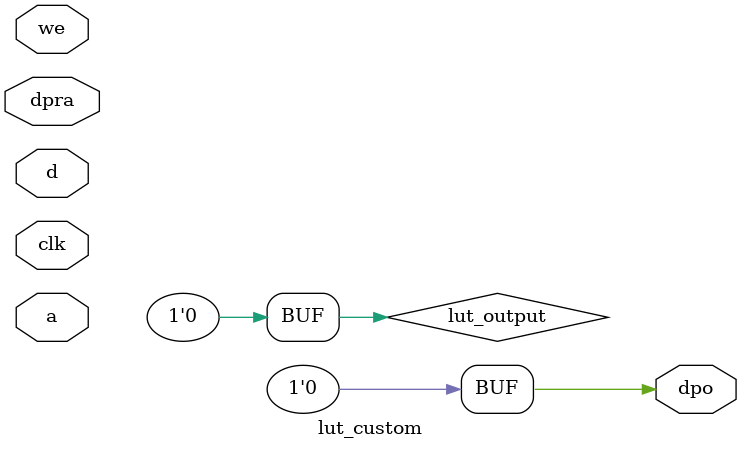
<source format=v>
/*
#	ZUMA Open FPGA Overlay
#	Alex Brant
#	Email: alex.d.brant@gmail.com
#	2012
#	LUTRAM wrapper
*/

/* These luts are used for building configurable muxes.*/

`include "def_generated.v"

module lut_custom #(

	parameter used = 0,
	parameter [0:2**6-1] LUT_MASK={2**6{1'b0}}

) (
	a,
	d,
	dpra,
	clk,
	we,
	dpo);


input [5 : 0] a;
input [0 : 0] d;
input [5 : 0] dpra;
input clk;
input we;
output  dpo;

wire lut_output;

//no plattform. just for a verificational build.

	generate
		if( used == 1)
		begin
			//we generate a lut
			LUT_K #(
				.K(6),
				.LUT_MASK(LUT_MASK)
				) verification_lut  (
				.in(dpra),
				.out(lut_output)
				);
		end
		else
		begin
			assign lut_output = 1'b0;
		end
	endgenerate

assign dpo = lut_output;


endmodule

</source>
